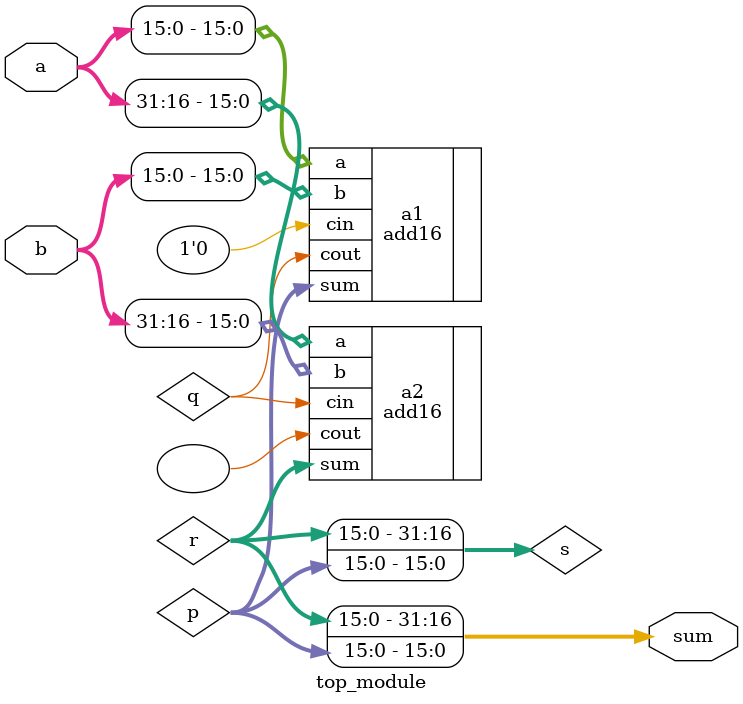
<source format=v>
module top_module(
    input [31:0] a,
    input [31:0] b,
    output [31:0] sum);
    
    wire [15:0]p,r;
    wire q;
    wire [31:0]s;
    
    assign s={r,p};
    
    add16 a1(.a(a[15:0]),.b(b[15:0]),.cin(1'b0),.sum(p),.cout(q));
    add16 a2(.a(a[31:16]),.b(b[31:16]),.cin(q),.sum(r),.cout());
    assign sum=s;


endmodule

</source>
